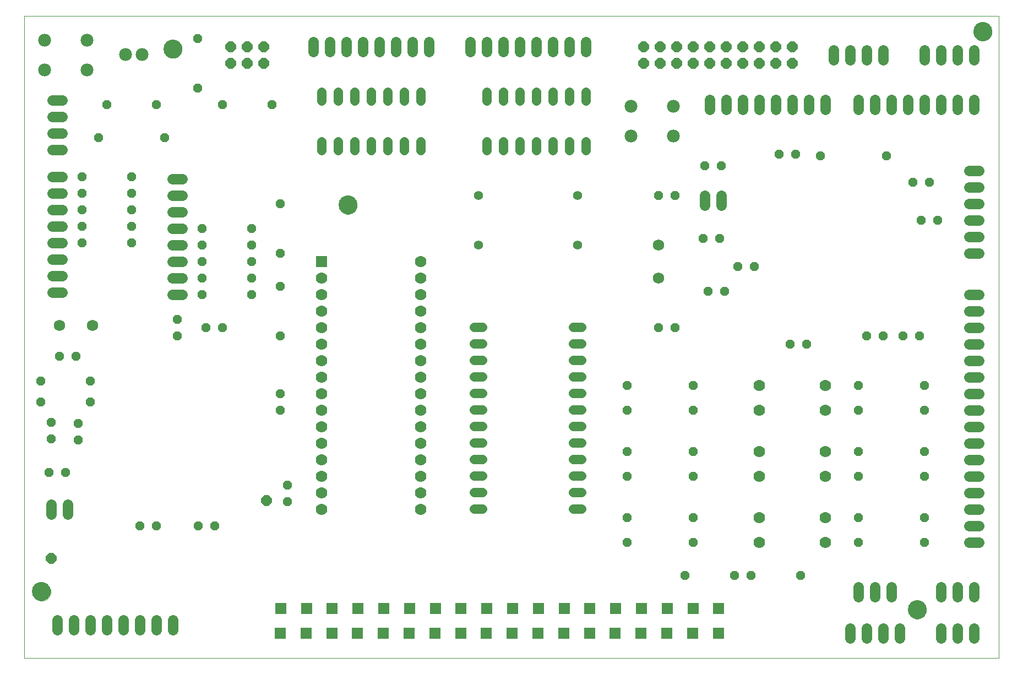
<source format=gbs>
G75*
%MOIN*%
%OFA0B0*%
%FSLAX24Y24*%
%IPPOS*%
%LPD*%
%AMOC8*
5,1,8,0,0,1.08239X$1,22.5*
%
%ADD10C,0.0000*%
%ADD11C,0.1142*%
%ADD12OC8,0.0640*%
%ADD13C,0.0560*%
%ADD14C,0.0780*%
%ADD15OC8,0.0560*%
%ADD16C,0.0690*%
%ADD17C,0.0640*%
%ADD18R,0.0700X0.0700*%
%ADD19C,0.0700*%
%ADD20R,0.0690X0.0690*%
%ADD21C,0.0560*%
D10*
X000180Y000180D02*
X000180Y039050D01*
X059172Y039050D01*
X059172Y000180D01*
X000180Y000180D01*
X000667Y004193D02*
X000669Y004240D01*
X000675Y004286D01*
X000685Y004332D01*
X000698Y004377D01*
X000716Y004420D01*
X000737Y004462D01*
X000761Y004502D01*
X000789Y004539D01*
X000820Y004574D01*
X000854Y004607D01*
X000890Y004636D01*
X000929Y004662D01*
X000970Y004685D01*
X001013Y004704D01*
X001057Y004720D01*
X001102Y004732D01*
X001148Y004740D01*
X001195Y004744D01*
X001241Y004744D01*
X001288Y004740D01*
X001334Y004732D01*
X001379Y004720D01*
X001423Y004704D01*
X001466Y004685D01*
X001507Y004662D01*
X001546Y004636D01*
X001582Y004607D01*
X001616Y004574D01*
X001647Y004539D01*
X001675Y004502D01*
X001699Y004462D01*
X001720Y004420D01*
X001738Y004377D01*
X001751Y004332D01*
X001761Y004286D01*
X001767Y004240D01*
X001769Y004193D01*
X001767Y004146D01*
X001761Y004100D01*
X001751Y004054D01*
X001738Y004009D01*
X001720Y003966D01*
X001699Y003924D01*
X001675Y003884D01*
X001647Y003847D01*
X001616Y003812D01*
X001582Y003779D01*
X001546Y003750D01*
X001507Y003724D01*
X001466Y003701D01*
X001423Y003682D01*
X001379Y003666D01*
X001334Y003654D01*
X001288Y003646D01*
X001241Y003642D01*
X001195Y003642D01*
X001148Y003646D01*
X001102Y003654D01*
X001057Y003666D01*
X001013Y003682D01*
X000970Y003701D01*
X000929Y003724D01*
X000890Y003750D01*
X000854Y003779D01*
X000820Y003812D01*
X000789Y003847D01*
X000761Y003884D01*
X000737Y003924D01*
X000716Y003966D01*
X000698Y004009D01*
X000685Y004054D01*
X000675Y004100D01*
X000669Y004146D01*
X000667Y004193D01*
X019217Y027605D02*
X019219Y027652D01*
X019225Y027698D01*
X019235Y027744D01*
X019248Y027789D01*
X019266Y027832D01*
X019287Y027874D01*
X019311Y027914D01*
X019339Y027951D01*
X019370Y027986D01*
X019404Y028019D01*
X019440Y028048D01*
X019479Y028074D01*
X019520Y028097D01*
X019563Y028116D01*
X019607Y028132D01*
X019652Y028144D01*
X019698Y028152D01*
X019745Y028156D01*
X019791Y028156D01*
X019838Y028152D01*
X019884Y028144D01*
X019929Y028132D01*
X019973Y028116D01*
X020016Y028097D01*
X020057Y028074D01*
X020096Y028048D01*
X020132Y028019D01*
X020166Y027986D01*
X020197Y027951D01*
X020225Y027914D01*
X020249Y027874D01*
X020270Y027832D01*
X020288Y027789D01*
X020301Y027744D01*
X020311Y027698D01*
X020317Y027652D01*
X020319Y027605D01*
X020317Y027558D01*
X020311Y027512D01*
X020301Y027466D01*
X020288Y027421D01*
X020270Y027378D01*
X020249Y027336D01*
X020225Y027296D01*
X020197Y027259D01*
X020166Y027224D01*
X020132Y027191D01*
X020096Y027162D01*
X020057Y027136D01*
X020016Y027113D01*
X019973Y027094D01*
X019929Y027078D01*
X019884Y027066D01*
X019838Y027058D01*
X019791Y027054D01*
X019745Y027054D01*
X019698Y027058D01*
X019652Y027066D01*
X019607Y027078D01*
X019563Y027094D01*
X019520Y027113D01*
X019479Y027136D01*
X019440Y027162D01*
X019404Y027191D01*
X019370Y027224D01*
X019339Y027259D01*
X019311Y027296D01*
X019287Y027336D01*
X019266Y027378D01*
X019248Y027421D01*
X019235Y027466D01*
X019225Y027512D01*
X019219Y027558D01*
X019217Y027605D01*
X008617Y037043D02*
X008619Y037090D01*
X008625Y037136D01*
X008635Y037182D01*
X008648Y037227D01*
X008666Y037270D01*
X008687Y037312D01*
X008711Y037352D01*
X008739Y037389D01*
X008770Y037424D01*
X008804Y037457D01*
X008840Y037486D01*
X008879Y037512D01*
X008920Y037535D01*
X008963Y037554D01*
X009007Y037570D01*
X009052Y037582D01*
X009098Y037590D01*
X009145Y037594D01*
X009191Y037594D01*
X009238Y037590D01*
X009284Y037582D01*
X009329Y037570D01*
X009373Y037554D01*
X009416Y037535D01*
X009457Y037512D01*
X009496Y037486D01*
X009532Y037457D01*
X009566Y037424D01*
X009597Y037389D01*
X009625Y037352D01*
X009649Y037312D01*
X009670Y037270D01*
X009688Y037227D01*
X009701Y037182D01*
X009711Y037136D01*
X009717Y037090D01*
X009719Y037043D01*
X009717Y036996D01*
X009711Y036950D01*
X009701Y036904D01*
X009688Y036859D01*
X009670Y036816D01*
X009649Y036774D01*
X009625Y036734D01*
X009597Y036697D01*
X009566Y036662D01*
X009532Y036629D01*
X009496Y036600D01*
X009457Y036574D01*
X009416Y036551D01*
X009373Y036532D01*
X009329Y036516D01*
X009284Y036504D01*
X009238Y036496D01*
X009191Y036492D01*
X009145Y036492D01*
X009098Y036496D01*
X009052Y036504D01*
X009007Y036516D01*
X008963Y036532D01*
X008920Y036551D01*
X008879Y036574D01*
X008840Y036600D01*
X008804Y036629D01*
X008770Y036662D01*
X008739Y036697D01*
X008711Y036734D01*
X008687Y036774D01*
X008666Y036816D01*
X008648Y036859D01*
X008635Y036904D01*
X008625Y036950D01*
X008619Y036996D01*
X008617Y037043D01*
X057642Y038093D02*
X057644Y038140D01*
X057650Y038186D01*
X057660Y038232D01*
X057673Y038277D01*
X057691Y038320D01*
X057712Y038362D01*
X057736Y038402D01*
X057764Y038439D01*
X057795Y038474D01*
X057829Y038507D01*
X057865Y038536D01*
X057904Y038562D01*
X057945Y038585D01*
X057988Y038604D01*
X058032Y038620D01*
X058077Y038632D01*
X058123Y038640D01*
X058170Y038644D01*
X058216Y038644D01*
X058263Y038640D01*
X058309Y038632D01*
X058354Y038620D01*
X058398Y038604D01*
X058441Y038585D01*
X058482Y038562D01*
X058521Y038536D01*
X058557Y038507D01*
X058591Y038474D01*
X058622Y038439D01*
X058650Y038402D01*
X058674Y038362D01*
X058695Y038320D01*
X058713Y038277D01*
X058726Y038232D01*
X058736Y038186D01*
X058742Y038140D01*
X058744Y038093D01*
X058742Y038046D01*
X058736Y038000D01*
X058726Y037954D01*
X058713Y037909D01*
X058695Y037866D01*
X058674Y037824D01*
X058650Y037784D01*
X058622Y037747D01*
X058591Y037712D01*
X058557Y037679D01*
X058521Y037650D01*
X058482Y037624D01*
X058441Y037601D01*
X058398Y037582D01*
X058354Y037566D01*
X058309Y037554D01*
X058263Y037546D01*
X058216Y037542D01*
X058170Y037542D01*
X058123Y037546D01*
X058077Y037554D01*
X058032Y037566D01*
X057988Y037582D01*
X057945Y037601D01*
X057904Y037624D01*
X057865Y037650D01*
X057829Y037679D01*
X057795Y037712D01*
X057764Y037747D01*
X057736Y037784D01*
X057712Y037824D01*
X057691Y037866D01*
X057673Y037909D01*
X057660Y037954D01*
X057650Y038000D01*
X057644Y038046D01*
X057642Y038093D01*
X053679Y003105D02*
X053681Y003152D01*
X053687Y003198D01*
X053697Y003244D01*
X053710Y003289D01*
X053728Y003332D01*
X053749Y003374D01*
X053773Y003414D01*
X053801Y003451D01*
X053832Y003486D01*
X053866Y003519D01*
X053902Y003548D01*
X053941Y003574D01*
X053982Y003597D01*
X054025Y003616D01*
X054069Y003632D01*
X054114Y003644D01*
X054160Y003652D01*
X054207Y003656D01*
X054253Y003656D01*
X054300Y003652D01*
X054346Y003644D01*
X054391Y003632D01*
X054435Y003616D01*
X054478Y003597D01*
X054519Y003574D01*
X054558Y003548D01*
X054594Y003519D01*
X054628Y003486D01*
X054659Y003451D01*
X054687Y003414D01*
X054711Y003374D01*
X054732Y003332D01*
X054750Y003289D01*
X054763Y003244D01*
X054773Y003198D01*
X054779Y003152D01*
X054781Y003105D01*
X054779Y003058D01*
X054773Y003012D01*
X054763Y002966D01*
X054750Y002921D01*
X054732Y002878D01*
X054711Y002836D01*
X054687Y002796D01*
X054659Y002759D01*
X054628Y002724D01*
X054594Y002691D01*
X054558Y002662D01*
X054519Y002636D01*
X054478Y002613D01*
X054435Y002594D01*
X054391Y002578D01*
X054346Y002566D01*
X054300Y002558D01*
X054253Y002554D01*
X054207Y002554D01*
X054160Y002558D01*
X054114Y002566D01*
X054069Y002578D01*
X054025Y002594D01*
X053982Y002613D01*
X053941Y002636D01*
X053902Y002662D01*
X053866Y002691D01*
X053832Y002724D01*
X053801Y002759D01*
X053773Y002796D01*
X053749Y002836D01*
X053728Y002878D01*
X053710Y002921D01*
X053697Y002966D01*
X053687Y003012D01*
X053681Y003058D01*
X053679Y003105D01*
D11*
X054230Y003105D03*
X019768Y027605D03*
X009168Y037043D03*
X058193Y038093D03*
X001218Y004193D03*
D12*
X001818Y006205D03*
X014843Y009705D03*
X014680Y036180D03*
X013680Y036180D03*
X012680Y036180D03*
X012680Y037180D03*
X013680Y037180D03*
X014680Y037180D03*
X037680Y037180D03*
X038680Y037180D03*
X039680Y037180D03*
X040680Y037180D03*
X041680Y037180D03*
X042680Y037180D03*
X043680Y037180D03*
X044680Y037180D03*
X045680Y037180D03*
X046680Y037180D03*
X046680Y036180D03*
X045680Y036180D03*
X044680Y036180D03*
X043680Y036180D03*
X042680Y036180D03*
X041680Y036180D03*
X040680Y036180D03*
X039680Y036180D03*
X038680Y036180D03*
X037680Y036180D03*
D13*
X033680Y028180D03*
X033680Y025180D03*
X027680Y025180D03*
X027680Y028180D03*
D14*
X036900Y031790D03*
X039460Y031790D03*
X039460Y033570D03*
X036900Y033570D03*
X007318Y036693D03*
X006318Y036693D03*
X003960Y037570D03*
X001400Y037570D03*
X001400Y035790D03*
X003960Y035790D03*
D15*
X005180Y033680D03*
X004680Y031680D03*
X003680Y029305D03*
X003680Y028305D03*
X003680Y027305D03*
X003680Y026305D03*
X003680Y025305D03*
X006680Y025305D03*
X006680Y026305D03*
X006680Y027305D03*
X006680Y028305D03*
X006680Y029305D03*
X008680Y031680D03*
X008180Y033680D03*
X010680Y034680D03*
X012180Y033680D03*
X015180Y033680D03*
X010680Y037680D03*
X015680Y027680D03*
X013930Y026180D03*
X013930Y025180D03*
X013930Y024180D03*
X013930Y023180D03*
X013930Y022180D03*
X015680Y022680D03*
X015680Y024680D03*
X010930Y024180D03*
X010930Y025180D03*
X010930Y026180D03*
X010930Y023180D03*
X010930Y022180D03*
X009430Y020680D03*
X009430Y019680D03*
X011180Y020180D03*
X012180Y020180D03*
X015680Y019680D03*
X015680Y016180D03*
X015680Y015180D03*
X016118Y010655D03*
X016118Y009655D03*
X011718Y008180D03*
X010718Y008180D03*
X008180Y008180D03*
X007180Y008180D03*
X002680Y011418D03*
X001680Y011418D03*
X003443Y013380D03*
X001805Y013430D03*
X001805Y014430D03*
X003443Y014380D03*
X004180Y015680D03*
X004180Y016930D03*
X003305Y018430D03*
X002305Y018430D03*
X001180Y016930D03*
X001180Y015680D03*
X036680Y015180D03*
X036680Y016680D03*
X040680Y016680D03*
X040680Y015180D03*
X040680Y012680D03*
X040680Y011180D03*
X040680Y008680D03*
X040680Y007180D03*
X040180Y005180D03*
X043180Y005180D03*
X044180Y005180D03*
X047180Y005180D03*
X050680Y007180D03*
X050680Y008680D03*
X050680Y011180D03*
X050680Y012680D03*
X050680Y015180D03*
X050680Y016680D03*
X047530Y019168D03*
X046530Y019168D03*
X051180Y019680D03*
X052180Y019680D03*
X053380Y019680D03*
X054380Y019680D03*
X054680Y016680D03*
X054680Y015180D03*
X054680Y012680D03*
X054680Y011180D03*
X054680Y008680D03*
X054680Y007180D03*
X036680Y007180D03*
X036680Y008680D03*
X036680Y011180D03*
X036680Y012680D03*
X038580Y020180D03*
X039580Y020180D03*
X041580Y022380D03*
X042580Y022380D03*
X043380Y023880D03*
X044380Y023880D03*
X042280Y025580D03*
X041280Y025580D03*
X039580Y028180D03*
X038580Y028180D03*
X041380Y029980D03*
X042380Y029980D03*
X045880Y030680D03*
X046880Y030680D03*
X048380Y030580D03*
X052380Y030580D03*
X053980Y028980D03*
X054980Y028980D03*
X054480Y026680D03*
X055480Y026680D03*
D16*
X038580Y025180D03*
X038580Y023180D03*
X004305Y020305D03*
X002305Y020305D03*
D17*
X002480Y022305D02*
X001880Y022305D01*
X001880Y023305D02*
X002480Y023305D01*
X002480Y024305D02*
X001880Y024305D01*
X001880Y025305D02*
X002480Y025305D01*
X002480Y026305D02*
X001880Y026305D01*
X001880Y027305D02*
X002480Y027305D01*
X002480Y028305D02*
X001880Y028305D01*
X001880Y029305D02*
X002480Y029305D01*
X002480Y030930D02*
X001880Y030930D01*
X001880Y031930D02*
X002480Y031930D01*
X002480Y032930D02*
X001880Y032930D01*
X001880Y033930D02*
X002480Y033930D01*
X009130Y029180D02*
X009730Y029180D01*
X009730Y028180D02*
X009130Y028180D01*
X009130Y027180D02*
X009730Y027180D01*
X009730Y026180D02*
X009130Y026180D01*
X009130Y025180D02*
X009730Y025180D01*
X009730Y024180D02*
X009130Y024180D01*
X009130Y023180D02*
X009730Y023180D01*
X009730Y022180D02*
X009130Y022180D01*
X002805Y009480D02*
X002805Y008880D01*
X001805Y008880D02*
X001805Y009480D01*
X002180Y002480D02*
X002180Y001880D01*
X003180Y001880D02*
X003180Y002480D01*
X004180Y002480D02*
X004180Y001880D01*
X005180Y001880D02*
X005180Y002480D01*
X006180Y002480D02*
X006180Y001880D01*
X007180Y001880D02*
X007180Y002480D01*
X008180Y002480D02*
X008180Y001880D01*
X009180Y001880D02*
X009180Y002480D01*
X041380Y027580D02*
X041380Y028180D01*
X042380Y028180D02*
X042380Y027580D01*
X042680Y033380D02*
X042680Y033980D01*
X041680Y033980D02*
X041680Y033380D01*
X043680Y033380D02*
X043680Y033980D01*
X044680Y033980D02*
X044680Y033380D01*
X045680Y033380D02*
X045680Y033980D01*
X046680Y033980D02*
X046680Y033380D01*
X047680Y033380D02*
X047680Y033980D01*
X048680Y033980D02*
X048680Y033380D01*
X050680Y033380D02*
X050680Y033980D01*
X051680Y033980D02*
X051680Y033380D01*
X052680Y033380D02*
X052680Y033980D01*
X053680Y033980D02*
X053680Y033380D01*
X054680Y033380D02*
X054680Y033980D01*
X055680Y033980D02*
X055680Y033380D01*
X056680Y033380D02*
X056680Y033980D01*
X057680Y033980D02*
X057680Y033380D01*
X057680Y036380D02*
X057680Y036980D01*
X056680Y036980D02*
X056680Y036380D01*
X055680Y036380D02*
X055680Y036980D01*
X054680Y036980D02*
X054680Y036380D01*
X052180Y036380D02*
X052180Y036980D01*
X051180Y036980D02*
X051180Y036380D01*
X050180Y036380D02*
X050180Y036980D01*
X049180Y036980D02*
X049180Y036380D01*
X057380Y029680D02*
X057980Y029680D01*
X057980Y028680D02*
X057380Y028680D01*
X057380Y027680D02*
X057980Y027680D01*
X057980Y026680D02*
X057380Y026680D01*
X057380Y025680D02*
X057980Y025680D01*
X057980Y024680D02*
X057380Y024680D01*
X057380Y022180D02*
X057980Y022180D01*
X057980Y021180D02*
X057380Y021180D01*
X057380Y020180D02*
X057980Y020180D01*
X057980Y019180D02*
X057380Y019180D01*
X057380Y018180D02*
X057980Y018180D01*
X057980Y017180D02*
X057380Y017180D01*
X057380Y016180D02*
X057980Y016180D01*
X057980Y015180D02*
X057380Y015180D01*
X057380Y014180D02*
X057980Y014180D01*
X057980Y013180D02*
X057380Y013180D01*
X057380Y012180D02*
X057980Y012180D01*
X057980Y011180D02*
X057380Y011180D01*
X057380Y010180D02*
X057980Y010180D01*
X057980Y009180D02*
X057380Y009180D01*
X057380Y008180D02*
X057980Y008180D01*
X057980Y007180D02*
X057380Y007180D01*
X057680Y004480D02*
X057680Y003880D01*
X056680Y003880D02*
X056680Y004480D01*
X055680Y004480D02*
X055680Y003880D01*
X055680Y001980D02*
X055680Y001380D01*
X056680Y001380D02*
X056680Y001980D01*
X057680Y001980D02*
X057680Y001380D01*
X053180Y001380D02*
X053180Y001980D01*
X052180Y001980D02*
X052180Y001380D01*
X051180Y001380D02*
X051180Y001980D01*
X050180Y001980D02*
X050180Y001380D01*
X050680Y003880D02*
X050680Y004480D01*
X051680Y004480D02*
X051680Y003880D01*
X052680Y003880D02*
X052680Y004480D01*
X034180Y036880D02*
X034180Y037480D01*
X033180Y037480D02*
X033180Y036880D01*
X032180Y036880D02*
X032180Y037480D01*
X031180Y037480D02*
X031180Y036880D01*
X030180Y036880D02*
X030180Y037480D01*
X029180Y037480D02*
X029180Y036880D01*
X028180Y036880D02*
X028180Y037480D01*
X027180Y037480D02*
X027180Y036880D01*
X024680Y036880D02*
X024680Y037480D01*
X023680Y037480D02*
X023680Y036880D01*
X022680Y036880D02*
X022680Y037480D01*
X021680Y037480D02*
X021680Y036880D01*
X020680Y036880D02*
X020680Y037480D01*
X019680Y037480D02*
X019680Y036880D01*
X018680Y036880D02*
X018680Y037480D01*
X017680Y037480D02*
X017680Y036880D01*
D18*
X018180Y024180D03*
D19*
X018180Y023180D03*
X018180Y022180D03*
X018180Y021180D03*
X018180Y020180D03*
X018180Y019180D03*
X018180Y018180D03*
X018180Y017180D03*
X018180Y016180D03*
X018180Y015180D03*
X018180Y014180D03*
X018180Y013180D03*
X018180Y012180D03*
X018180Y011180D03*
X018180Y010180D03*
X018180Y009180D03*
X024180Y009180D03*
X024180Y010180D03*
X024180Y011180D03*
X024180Y012180D03*
X024180Y013180D03*
X024180Y014180D03*
X024180Y015180D03*
X024180Y016180D03*
X024180Y017180D03*
X024180Y018180D03*
X024180Y019180D03*
X024180Y020180D03*
X024180Y021180D03*
X024180Y022180D03*
X024180Y023180D03*
X024180Y024180D03*
X044680Y016680D03*
X044680Y015180D03*
X044680Y012680D03*
X044680Y011180D03*
X044680Y008680D03*
X044680Y007180D03*
X048680Y007180D03*
X048680Y008680D03*
X048680Y011180D03*
X048680Y012680D03*
X048680Y015180D03*
X048680Y016680D03*
D20*
X042220Y003190D03*
X040660Y003190D03*
X039100Y003190D03*
X037540Y003190D03*
X035980Y003190D03*
X034420Y003190D03*
X032860Y003190D03*
X031300Y003190D03*
X029740Y003190D03*
X028180Y003190D03*
X026620Y003190D03*
X025060Y003190D03*
X023500Y003190D03*
X021940Y003190D03*
X020380Y003190D03*
X018820Y003190D03*
X017260Y003190D03*
X015700Y003190D03*
X015670Y001670D03*
X017230Y001670D03*
X018790Y001670D03*
X020350Y001670D03*
X021910Y001670D03*
X023470Y001670D03*
X025030Y001670D03*
X026590Y001670D03*
X028150Y001670D03*
X029710Y001670D03*
X031270Y001670D03*
X032830Y001670D03*
X034390Y001670D03*
X035950Y001670D03*
X037510Y001670D03*
X039070Y001670D03*
X040630Y001670D03*
X042190Y001670D03*
D21*
X033915Y009218D02*
X033395Y009218D01*
X033395Y010218D02*
X033915Y010218D01*
X033915Y011218D02*
X033395Y011218D01*
X033395Y012218D02*
X033915Y012218D01*
X033915Y013218D02*
X033395Y013218D01*
X033395Y014218D02*
X033915Y014218D01*
X033915Y015218D02*
X033395Y015218D01*
X033395Y016218D02*
X033915Y016218D01*
X033915Y017218D02*
X033395Y017218D01*
X033395Y018218D02*
X033915Y018218D01*
X033915Y019218D02*
X033395Y019218D01*
X033395Y020218D02*
X033915Y020218D01*
X027915Y020218D02*
X027395Y020218D01*
X027395Y019218D02*
X027915Y019218D01*
X027915Y018218D02*
X027395Y018218D01*
X027395Y017218D02*
X027915Y017218D01*
X027915Y016218D02*
X027395Y016218D01*
X027395Y015218D02*
X027915Y015218D01*
X027915Y014218D02*
X027395Y014218D01*
X027395Y013218D02*
X027915Y013218D01*
X027915Y012218D02*
X027395Y012218D01*
X027395Y011218D02*
X027915Y011218D01*
X027915Y010218D02*
X027395Y010218D01*
X027395Y009218D02*
X027915Y009218D01*
X028180Y030920D02*
X028180Y031440D01*
X029180Y031440D02*
X029180Y030920D01*
X030180Y030920D02*
X030180Y031440D01*
X031180Y031440D02*
X031180Y030920D01*
X032180Y030920D02*
X032180Y031440D01*
X033180Y031440D02*
X033180Y030920D01*
X034180Y030920D02*
X034180Y031440D01*
X034180Y033920D02*
X034180Y034440D01*
X033180Y034440D02*
X033180Y033920D01*
X032180Y033920D02*
X032180Y034440D01*
X031180Y034440D02*
X031180Y033920D01*
X030180Y033920D02*
X030180Y034440D01*
X029180Y034440D02*
X029180Y033920D01*
X028180Y033920D02*
X028180Y034440D01*
X024180Y034440D02*
X024180Y033920D01*
X023180Y033920D02*
X023180Y034440D01*
X022180Y034440D02*
X022180Y033920D01*
X021180Y033920D02*
X021180Y034440D01*
X020180Y034440D02*
X020180Y033920D01*
X019180Y033920D02*
X019180Y034440D01*
X018180Y034440D02*
X018180Y033920D01*
X018180Y031440D02*
X018180Y030920D01*
X019180Y030920D02*
X019180Y031440D01*
X020180Y031440D02*
X020180Y030920D01*
X021180Y030920D02*
X021180Y031440D01*
X022180Y031440D02*
X022180Y030920D01*
X023180Y030920D02*
X023180Y031440D01*
X024180Y031440D02*
X024180Y030920D01*
M02*

</source>
